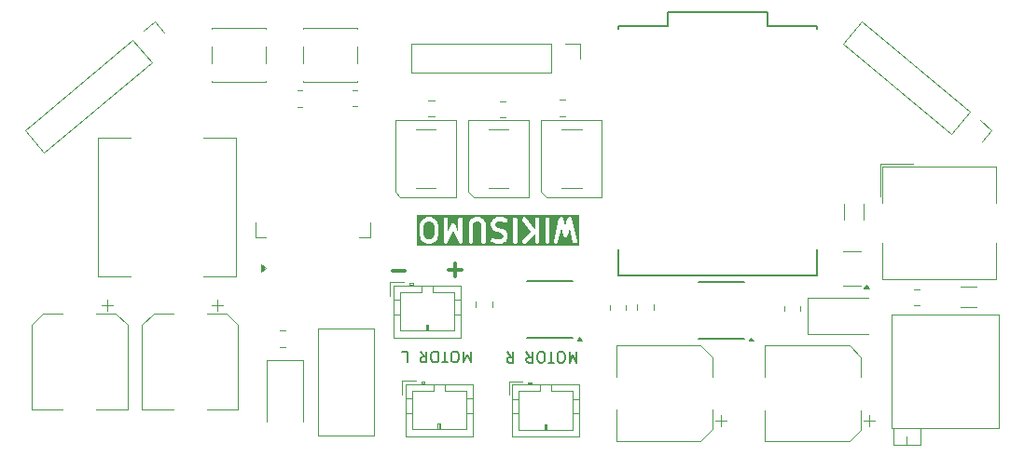
<source format=gbr>
%TF.GenerationSoftware,KiCad,Pcbnew,9.0.1+1*%
%TF.CreationDate,2025-05-17T11:18:49+02:00*%
%TF.ProjectId,WikiSumo_v25,57696b69-5375-46d6-9f5f-7632352e6b69,rev?*%
%TF.SameCoordinates,Original*%
%TF.FileFunction,Legend,Top*%
%TF.FilePolarity,Positive*%
%FSLAX46Y46*%
G04 Gerber Fmt 4.6, Leading zero omitted, Abs format (unit mm)*
G04 Created by KiCad (PCBNEW 9.0.1+1) date 2025-05-17 11:18:49*
%MOMM*%
%LPD*%
G01*
G04 APERTURE LIST*
%ADD10C,0.300000*%
%ADD11C,0.400000*%
%ADD12C,0.200000*%
%ADD13C,0.120000*%
%ADD14C,0.150000*%
%ADD15C,0.127000*%
G04 APERTURE END LIST*
D10*
X144604510Y-93739400D02*
X145747368Y-93739400D01*
X145175939Y-94310828D02*
X145175939Y-93167971D01*
D11*
G36*
X143061705Y-89395171D02*
G01*
X143190058Y-89523525D01*
X143265890Y-89826851D01*
X143265890Y-90444272D01*
X143190058Y-90747597D01*
X143061705Y-90875951D01*
X142942487Y-90935561D01*
X142655960Y-90935561D01*
X142536743Y-90875952D01*
X142408387Y-90747597D01*
X142332557Y-90444272D01*
X142332557Y-89826850D01*
X142408387Y-89523525D01*
X142536744Y-89395169D01*
X142655960Y-89335561D01*
X142942486Y-89335561D01*
X143061705Y-89395171D01*
G37*
G36*
X156459400Y-91557783D02*
G01*
X141710335Y-91557783D01*
X141710335Y-89802228D01*
X141932557Y-89802228D01*
X141932557Y-90468895D01*
X141933227Y-90475703D01*
X141932794Y-90478617D01*
X141934952Y-90493218D01*
X141936400Y-90507913D01*
X141937527Y-90510635D01*
X141938528Y-90517402D01*
X142033766Y-90898354D01*
X142046958Y-90935275D01*
X142055810Y-90947222D01*
X142061501Y-90960961D01*
X142086374Y-90991268D01*
X142276850Y-91181745D01*
X142292187Y-91194332D01*
X142295648Y-91198322D01*
X142301663Y-91202108D01*
X142307157Y-91206617D01*
X142312036Y-91208638D01*
X142328828Y-91219208D01*
X142519305Y-91314447D01*
X142555922Y-91328459D01*
X142563091Y-91328968D01*
X142569729Y-91331718D01*
X142608747Y-91335561D01*
X142989700Y-91335561D01*
X143028718Y-91331718D01*
X143035355Y-91328968D01*
X143042525Y-91328459D01*
X143079143Y-91314446D01*
X143269619Y-91219208D01*
X143286410Y-91208638D01*
X143291290Y-91206617D01*
X143296782Y-91202109D01*
X143302799Y-91198322D01*
X143306261Y-91194330D01*
X143321597Y-91181744D01*
X143512074Y-90991268D01*
X143536946Y-90960961D01*
X143542636Y-90947222D01*
X143551489Y-90935275D01*
X143564681Y-90898354D01*
X143659918Y-90517402D01*
X143660918Y-90510638D01*
X143662047Y-90507913D01*
X143663495Y-90493210D01*
X143665653Y-90478617D01*
X143665219Y-90475703D01*
X143665890Y-90468895D01*
X143665890Y-89802228D01*
X143665219Y-89795419D01*
X143665653Y-89792506D01*
X143663495Y-89777912D01*
X143662047Y-89763210D01*
X143660918Y-89760484D01*
X143659918Y-89753721D01*
X143564681Y-89372769D01*
X143551489Y-89335848D01*
X143542636Y-89323900D01*
X143536946Y-89310162D01*
X143512074Y-89279855D01*
X143367779Y-89135561D01*
X144123033Y-89135561D01*
X144123033Y-91135561D01*
X144125559Y-91161210D01*
X144125352Y-91165927D01*
X144126273Y-91168460D01*
X144126876Y-91174579D01*
X144140160Y-91206649D01*
X144152020Y-91239265D01*
X144155032Y-91242553D01*
X144156739Y-91246675D01*
X144181286Y-91271222D01*
X144204724Y-91296815D01*
X144208764Y-91298700D01*
X144211919Y-91301855D01*
X144243994Y-91315141D01*
X144275439Y-91329815D01*
X144279893Y-91330010D01*
X144284015Y-91331718D01*
X144318730Y-91331718D01*
X144353399Y-91333242D01*
X144357590Y-91331718D01*
X144362051Y-91331718D01*
X144394121Y-91318433D01*
X144426737Y-91306574D01*
X144430025Y-91303561D01*
X144434147Y-91301855D01*
X144458694Y-91277307D01*
X144484287Y-91253870D01*
X144487419Y-91248582D01*
X144489327Y-91246675D01*
X144491134Y-91242310D01*
X144504270Y-91220138D01*
X144989699Y-90179931D01*
X145475130Y-91220138D01*
X145488264Y-91242311D01*
X145490072Y-91246675D01*
X145491979Y-91248582D01*
X145495112Y-91253871D01*
X145520710Y-91277313D01*
X145545252Y-91301855D01*
X145549372Y-91303561D01*
X145552662Y-91306574D01*
X145585286Y-91318437D01*
X145617348Y-91331718D01*
X145621806Y-91331718D01*
X145626000Y-91333243D01*
X145660692Y-91331718D01*
X145695384Y-91331718D01*
X145699502Y-91330011D01*
X145703961Y-91329816D01*
X145735424Y-91315132D01*
X145767480Y-91301855D01*
X145770633Y-91298701D01*
X145774676Y-91296815D01*
X145798123Y-91271211D01*
X145822660Y-91246675D01*
X145824366Y-91242555D01*
X145827379Y-91239266D01*
X145839240Y-91206645D01*
X145852523Y-91174579D01*
X145853125Y-91168460D01*
X145854047Y-91165927D01*
X145853839Y-91161210D01*
X145856366Y-91135561D01*
X145856366Y-89516514D01*
X146408747Y-89516514D01*
X146408747Y-91135561D01*
X146412590Y-91174579D01*
X146442453Y-91246675D01*
X146497633Y-91301855D01*
X146569729Y-91331718D01*
X146647765Y-91331718D01*
X146719861Y-91301855D01*
X146775041Y-91246675D01*
X146804904Y-91174579D01*
X146808747Y-91135561D01*
X146808747Y-89563727D01*
X146868356Y-89444508D01*
X146917694Y-89395170D01*
X147036912Y-89335561D01*
X147323438Y-89335561D01*
X147442657Y-89395171D01*
X147491995Y-89444509D01*
X147551604Y-89563727D01*
X147551604Y-91135561D01*
X147555447Y-91174579D01*
X147585310Y-91246675D01*
X147640490Y-91301855D01*
X147712586Y-91331718D01*
X147790622Y-91331718D01*
X147862718Y-91301855D01*
X147917898Y-91246675D01*
X147947761Y-91174579D01*
X147951604Y-91135561D01*
X147951604Y-89516514D01*
X148408747Y-89516514D01*
X148408747Y-89706990D01*
X148412590Y-89746008D01*
X148415339Y-89752645D01*
X148415849Y-89759815D01*
X148429862Y-89796433D01*
X148525100Y-89986909D01*
X148535669Y-90003700D01*
X148537691Y-90008580D01*
X148542198Y-90014072D01*
X148545986Y-90020089D01*
X148549977Y-90023551D01*
X148562564Y-90038887D01*
X148657802Y-90134125D01*
X148673138Y-90146711D01*
X148676600Y-90150703D01*
X148682616Y-90154490D01*
X148688109Y-90158998D01*
X148692988Y-90161019D01*
X148709780Y-90171589D01*
X148900257Y-90266828D01*
X148903112Y-90267920D01*
X148904271Y-90268779D01*
X148920634Y-90274625D01*
X148936874Y-90280840D01*
X148938312Y-90280942D01*
X148941192Y-90281971D01*
X149300844Y-90371882D01*
X149442657Y-90442790D01*
X149491995Y-90492128D01*
X149551604Y-90611346D01*
X149551604Y-90707396D01*
X149491995Y-90826614D01*
X149442657Y-90875951D01*
X149323439Y-90935561D01*
X148926918Y-90935561D01*
X148671993Y-90850586D01*
X148633762Y-90841894D01*
X148555922Y-90847425D01*
X148486124Y-90882324D01*
X148434995Y-90941277D01*
X148410318Y-91015308D01*
X148415849Y-91093148D01*
X148450748Y-91162946D01*
X148509701Y-91214075D01*
X148545501Y-91230060D01*
X148831215Y-91325298D01*
X148850564Y-91329697D01*
X148855443Y-91331718D01*
X148862517Y-91332414D01*
X148869446Y-91333990D01*
X148874711Y-91333615D01*
X148894461Y-91335561D01*
X149370652Y-91335561D01*
X149409670Y-91331718D01*
X149416307Y-91328968D01*
X149423477Y-91328459D01*
X149460095Y-91314446D01*
X149650571Y-91219208D01*
X149667362Y-91208638D01*
X149672242Y-91206617D01*
X149677734Y-91202109D01*
X149683751Y-91198322D01*
X149687213Y-91194330D01*
X149702549Y-91181744D01*
X149797787Y-91086506D01*
X149810373Y-91071169D01*
X149814365Y-91067708D01*
X149818152Y-91061691D01*
X149822660Y-91056199D01*
X149824681Y-91051319D01*
X149835251Y-91034528D01*
X149930490Y-90844051D01*
X149944502Y-90807434D01*
X149945011Y-90800264D01*
X149947761Y-90793627D01*
X149951604Y-90754609D01*
X149951604Y-90564133D01*
X149947761Y-90525115D01*
X149945011Y-90518477D01*
X149944502Y-90511308D01*
X149930490Y-90474691D01*
X149835251Y-90284214D01*
X149824681Y-90267422D01*
X149822660Y-90262543D01*
X149818152Y-90257050D01*
X149814365Y-90251034D01*
X149810373Y-90247572D01*
X149797787Y-90232236D01*
X149702549Y-90136998D01*
X149687210Y-90124409D01*
X149683751Y-90120421D01*
X149677739Y-90116636D01*
X149672242Y-90112125D01*
X149667360Y-90110102D01*
X149650571Y-90099534D01*
X149460095Y-90004295D01*
X149457240Y-90003202D01*
X149456080Y-90002343D01*
X149439692Y-89996487D01*
X149423478Y-89990283D01*
X149422041Y-89990180D01*
X149419159Y-89989151D01*
X149059501Y-89899236D01*
X148917694Y-89828333D01*
X148868356Y-89778995D01*
X148808747Y-89659776D01*
X148808747Y-89563727D01*
X148868356Y-89444508D01*
X148917694Y-89395170D01*
X149036912Y-89335561D01*
X149433436Y-89335561D01*
X149688358Y-89420536D01*
X149726589Y-89429229D01*
X149804428Y-89423698D01*
X149874226Y-89388799D01*
X149925356Y-89329846D01*
X149950033Y-89255815D01*
X149944502Y-89177975D01*
X149923295Y-89135561D01*
X150408747Y-89135561D01*
X150408747Y-91135561D01*
X150412590Y-91174579D01*
X150442453Y-91246675D01*
X150497633Y-91301855D01*
X150569729Y-91331718D01*
X150647765Y-91331718D01*
X150719861Y-91301855D01*
X150775041Y-91246675D01*
X150804904Y-91174579D01*
X150808747Y-91135561D01*
X150808747Y-89146446D01*
X151266186Y-89146446D01*
X151285554Y-89222041D01*
X151305890Y-89255561D01*
X152058957Y-90259651D01*
X151324469Y-90994140D01*
X151299596Y-91024447D01*
X151269733Y-91096543D01*
X151269733Y-91174579D01*
X151299596Y-91246675D01*
X151354776Y-91301855D01*
X151426872Y-91331718D01*
X151504908Y-91331718D01*
X151577004Y-91301855D01*
X151607311Y-91276982D01*
X152408747Y-90475546D01*
X152408747Y-91135561D01*
X152412590Y-91174579D01*
X152442453Y-91246675D01*
X152497633Y-91301855D01*
X152569729Y-91331718D01*
X152647765Y-91331718D01*
X152719861Y-91301855D01*
X152775041Y-91246675D01*
X152804904Y-91174579D01*
X152808747Y-91135561D01*
X152808747Y-89135561D01*
X153361128Y-89135561D01*
X153361128Y-91135561D01*
X153364971Y-91174579D01*
X153394834Y-91246675D01*
X153450014Y-91301855D01*
X153522110Y-91331718D01*
X153600146Y-91331718D01*
X153672242Y-91301855D01*
X153727422Y-91246675D01*
X153757285Y-91174579D01*
X153761128Y-91135561D01*
X153761128Y-91128084D01*
X154123173Y-91128084D01*
X154135525Y-91205136D01*
X154176424Y-91271597D01*
X154239642Y-91317346D01*
X154315556Y-91335421D01*
X154392608Y-91323069D01*
X154459069Y-91282170D01*
X154504818Y-91218952D01*
X154517594Y-91181885D01*
X154810200Y-89952936D01*
X154986928Y-90615665D01*
X154990355Y-90624804D01*
X154990866Y-90628647D01*
X154993507Y-90633209D01*
X155000695Y-90652376D01*
X155016738Y-90673336D01*
X155029965Y-90696182D01*
X155040252Y-90704055D01*
X155048126Y-90714343D01*
X155070972Y-90727569D01*
X155091932Y-90743613D01*
X155104447Y-90746950D01*
X155115660Y-90753442D01*
X155141829Y-90756918D01*
X155167333Y-90763720D01*
X155180174Y-90762013D01*
X155193017Y-90763720D01*
X155218521Y-90756918D01*
X155244689Y-90753442D01*
X155255900Y-90746950D01*
X155268418Y-90743613D01*
X155289378Y-90727569D01*
X155312224Y-90714343D01*
X155320097Y-90704055D01*
X155330385Y-90696182D01*
X155343611Y-90673336D01*
X155359655Y-90652376D01*
X155366843Y-90633208D01*
X155369484Y-90628647D01*
X155369994Y-90624805D01*
X155373422Y-90615666D01*
X155550150Y-89952935D01*
X155842757Y-91181885D01*
X155855533Y-91218952D01*
X155901282Y-91282171D01*
X155967743Y-91323069D01*
X156044795Y-91335421D01*
X156120709Y-91317347D01*
X156183928Y-91271597D01*
X156224826Y-91205137D01*
X156237178Y-91128084D01*
X156231879Y-91089237D01*
X155755689Y-89089237D01*
X155751075Y-89075852D01*
X155750437Y-89071046D01*
X155747921Y-89066700D01*
X155742913Y-89052170D01*
X155725891Y-89028648D01*
X155711338Y-89003511D01*
X155703182Y-88997268D01*
X155697164Y-88988952D01*
X155672438Y-88973736D01*
X155649371Y-88956080D01*
X155639446Y-88953433D01*
X155630703Y-88948053D01*
X155602037Y-88943457D01*
X155573970Y-88935973D01*
X155563787Y-88937326D01*
X155553651Y-88935701D01*
X155525405Y-88942426D01*
X155496614Y-88946252D01*
X155487726Y-88951397D01*
X155477737Y-88953776D01*
X155454211Y-88970800D01*
X155429079Y-88985351D01*
X155422837Y-88993504D01*
X155414519Y-88999525D01*
X155399298Y-89024257D01*
X155381648Y-89047318D01*
X155376249Y-89061712D01*
X155373620Y-89065986D01*
X155372853Y-89070769D01*
X155367881Y-89084028D01*
X155180175Y-89787923D01*
X154992470Y-89084029D01*
X154987498Y-89070771D01*
X154986731Y-89065985D01*
X154984099Y-89061709D01*
X154978703Y-89047318D01*
X154961056Y-89024263D01*
X154945833Y-88999525D01*
X154937511Y-88993503D01*
X154931272Y-88985351D01*
X154906144Y-88970803D01*
X154882614Y-88953775D01*
X154872623Y-88951396D01*
X154863738Y-88946252D01*
X154834951Y-88942427D01*
X154806700Y-88935701D01*
X154796560Y-88937326D01*
X154786381Y-88935974D01*
X154758322Y-88943456D01*
X154729648Y-88948053D01*
X154720901Y-88953435D01*
X154710980Y-88956081D01*
X154687923Y-88973728D01*
X154663187Y-88988951D01*
X154657165Y-88997271D01*
X154649013Y-89003512D01*
X154634462Y-89028644D01*
X154617438Y-89052170D01*
X154612429Y-89066700D01*
X154609914Y-89071046D01*
X154609275Y-89075851D01*
X154604662Y-89089237D01*
X154128472Y-91089237D01*
X154123173Y-91128084D01*
X153761128Y-91128084D01*
X153761128Y-89135561D01*
X153757285Y-89096543D01*
X153727422Y-89024447D01*
X153672242Y-88969267D01*
X153600146Y-88939404D01*
X153522110Y-88939404D01*
X153450014Y-88969267D01*
X153394834Y-89024447D01*
X153364971Y-89096543D01*
X153361128Y-89135561D01*
X152808747Y-89135561D01*
X152804904Y-89096543D01*
X152775041Y-89024447D01*
X152719861Y-88969267D01*
X152647765Y-88939404D01*
X152569729Y-88939404D01*
X152497633Y-88969267D01*
X152442453Y-89024447D01*
X152412590Y-89096543D01*
X152408747Y-89135561D01*
X152408747Y-89909862D01*
X152344671Y-89973937D01*
X151625890Y-89015561D01*
X151599405Y-88986652D01*
X151532257Y-88946893D01*
X151455005Y-88935857D01*
X151379410Y-88955225D01*
X151316981Y-89002046D01*
X151277222Y-89069194D01*
X151266186Y-89146446D01*
X150808747Y-89146446D01*
X150808747Y-89135561D01*
X150804904Y-89096543D01*
X150775041Y-89024447D01*
X150719861Y-88969267D01*
X150647765Y-88939404D01*
X150569729Y-88939404D01*
X150497633Y-88969267D01*
X150442453Y-89024447D01*
X150412590Y-89096543D01*
X150408747Y-89135561D01*
X149923295Y-89135561D01*
X149909603Y-89108177D01*
X149850650Y-89057048D01*
X149814850Y-89041063D01*
X149529136Y-88945825D01*
X149509789Y-88941425D01*
X149504908Y-88939404D01*
X149497831Y-88938707D01*
X149490905Y-88937132D01*
X149485639Y-88937506D01*
X149465890Y-88935561D01*
X148989699Y-88935561D01*
X148950681Y-88939404D01*
X148944040Y-88942154D01*
X148936873Y-88942664D01*
X148900255Y-88956676D01*
X148709780Y-89051915D01*
X148692989Y-89062484D01*
X148688109Y-89064506D01*
X148682614Y-89069015D01*
X148676599Y-89072802D01*
X148673137Y-89076792D01*
X148657802Y-89089379D01*
X148562564Y-89184617D01*
X148549977Y-89199952D01*
X148545986Y-89203415D01*
X148542198Y-89209431D01*
X148537691Y-89214924D01*
X148535669Y-89219803D01*
X148525100Y-89236595D01*
X148429862Y-89427071D01*
X148415849Y-89463689D01*
X148415339Y-89470858D01*
X148412590Y-89477496D01*
X148408747Y-89516514D01*
X147951604Y-89516514D01*
X147947761Y-89477496D01*
X147945011Y-89470858D01*
X147944502Y-89463689D01*
X147930490Y-89427072D01*
X147835251Y-89236595D01*
X147824681Y-89219803D01*
X147822660Y-89214924D01*
X147818152Y-89209431D01*
X147814365Y-89203415D01*
X147810373Y-89199953D01*
X147797787Y-89184617D01*
X147702549Y-89089379D01*
X147687210Y-89076790D01*
X147683751Y-89072802D01*
X147677739Y-89069017D01*
X147672242Y-89064506D01*
X147667360Y-89062483D01*
X147650571Y-89051915D01*
X147460095Y-88956676D01*
X147423478Y-88942664D01*
X147416310Y-88942154D01*
X147409670Y-88939404D01*
X147370652Y-88935561D01*
X146989699Y-88935561D01*
X146950681Y-88939404D01*
X146944040Y-88942154D01*
X146936873Y-88942664D01*
X146900255Y-88956676D01*
X146709780Y-89051915D01*
X146692989Y-89062484D01*
X146688109Y-89064506D01*
X146682614Y-89069015D01*
X146676599Y-89072802D01*
X146673137Y-89076792D01*
X146657802Y-89089379D01*
X146562564Y-89184617D01*
X146549977Y-89199952D01*
X146545986Y-89203415D01*
X146542198Y-89209431D01*
X146537691Y-89214924D01*
X146535669Y-89219803D01*
X146525100Y-89236595D01*
X146429862Y-89427071D01*
X146415849Y-89463689D01*
X146415339Y-89470858D01*
X146412590Y-89477496D01*
X146408747Y-89516514D01*
X145856366Y-89516514D01*
X145856366Y-89135561D01*
X145852523Y-89096543D01*
X145822660Y-89024447D01*
X145767480Y-88969267D01*
X145695384Y-88939404D01*
X145617348Y-88939404D01*
X145545252Y-88969267D01*
X145490072Y-89024447D01*
X145460209Y-89096543D01*
X145456366Y-89135561D01*
X145456366Y-90234048D01*
X145170936Y-89622413D01*
X145162471Y-89608124D01*
X145160712Y-89603286D01*
X145157577Y-89599863D01*
X145150953Y-89588681D01*
X145128536Y-89568152D01*
X145108008Y-89545736D01*
X145099956Y-89541978D01*
X145093403Y-89535977D01*
X145064834Y-89525588D01*
X145037293Y-89512736D01*
X145028416Y-89512345D01*
X145020065Y-89509309D01*
X144989698Y-89510643D01*
X144959332Y-89509309D01*
X144950980Y-89512345D01*
X144942104Y-89512736D01*
X144914564Y-89525588D01*
X144885994Y-89535977D01*
X144879439Y-89541979D01*
X144871390Y-89545736D01*
X144850863Y-89568150D01*
X144828445Y-89588681D01*
X144821820Y-89599863D01*
X144818686Y-89603286D01*
X144816926Y-89608124D01*
X144808462Y-89622413D01*
X144523033Y-90234046D01*
X144523033Y-89135561D01*
X144519190Y-89096543D01*
X144489327Y-89024447D01*
X144434147Y-88969267D01*
X144362051Y-88939404D01*
X144284015Y-88939404D01*
X144211919Y-88969267D01*
X144156739Y-89024447D01*
X144126876Y-89096543D01*
X144123033Y-89135561D01*
X143367779Y-89135561D01*
X143321597Y-89089379D01*
X143306258Y-89076790D01*
X143302799Y-89072802D01*
X143296787Y-89069017D01*
X143291290Y-89064506D01*
X143286408Y-89062483D01*
X143269619Y-89051915D01*
X143079143Y-88956676D01*
X143042526Y-88942664D01*
X143035358Y-88942154D01*
X143028718Y-88939404D01*
X142989700Y-88935561D01*
X142608747Y-88935561D01*
X142569729Y-88939404D01*
X142563088Y-88942154D01*
X142555921Y-88942664D01*
X142519303Y-88956676D01*
X142328828Y-89051915D01*
X142312037Y-89062484D01*
X142307157Y-89064506D01*
X142301661Y-89069015D01*
X142295647Y-89072802D01*
X142292187Y-89076791D01*
X142276850Y-89089378D01*
X142086374Y-89279855D01*
X142061501Y-89310162D01*
X142055810Y-89323900D01*
X142046958Y-89335848D01*
X142033766Y-89372769D01*
X141938528Y-89753721D01*
X141937527Y-89760487D01*
X141936400Y-89763210D01*
X141934952Y-89777904D01*
X141932794Y-89792506D01*
X141933227Y-89795419D01*
X141932557Y-89802228D01*
X141710335Y-89802228D01*
X141710335Y-88713339D01*
X156459400Y-88713339D01*
X156459400Y-91557783D01*
G37*
D12*
X156212856Y-101182780D02*
X156212856Y-102182780D01*
X156212856Y-102182780D02*
X155879523Y-101468495D01*
X155879523Y-101468495D02*
X155546190Y-102182780D01*
X155546190Y-102182780D02*
X155546190Y-101182780D01*
X154879523Y-102182780D02*
X154689047Y-102182780D01*
X154689047Y-102182780D02*
X154593809Y-102135161D01*
X154593809Y-102135161D02*
X154498571Y-102039923D01*
X154498571Y-102039923D02*
X154450952Y-101849447D01*
X154450952Y-101849447D02*
X154450952Y-101516114D01*
X154450952Y-101516114D02*
X154498571Y-101325638D01*
X154498571Y-101325638D02*
X154593809Y-101230400D01*
X154593809Y-101230400D02*
X154689047Y-101182780D01*
X154689047Y-101182780D02*
X154879523Y-101182780D01*
X154879523Y-101182780D02*
X154974761Y-101230400D01*
X154974761Y-101230400D02*
X155069999Y-101325638D01*
X155069999Y-101325638D02*
X155117618Y-101516114D01*
X155117618Y-101516114D02*
X155117618Y-101849447D01*
X155117618Y-101849447D02*
X155069999Y-102039923D01*
X155069999Y-102039923D02*
X154974761Y-102135161D01*
X154974761Y-102135161D02*
X154879523Y-102182780D01*
X154165237Y-102182780D02*
X153593809Y-102182780D01*
X153879523Y-101182780D02*
X153879523Y-102182780D01*
X153069999Y-102182780D02*
X152879523Y-102182780D01*
X152879523Y-102182780D02*
X152784285Y-102135161D01*
X152784285Y-102135161D02*
X152689047Y-102039923D01*
X152689047Y-102039923D02*
X152641428Y-101849447D01*
X152641428Y-101849447D02*
X152641428Y-101516114D01*
X152641428Y-101516114D02*
X152689047Y-101325638D01*
X152689047Y-101325638D02*
X152784285Y-101230400D01*
X152784285Y-101230400D02*
X152879523Y-101182780D01*
X152879523Y-101182780D02*
X153069999Y-101182780D01*
X153069999Y-101182780D02*
X153165237Y-101230400D01*
X153165237Y-101230400D02*
X153260475Y-101325638D01*
X153260475Y-101325638D02*
X153308094Y-101516114D01*
X153308094Y-101516114D02*
X153308094Y-101849447D01*
X153308094Y-101849447D02*
X153260475Y-102039923D01*
X153260475Y-102039923D02*
X153165237Y-102135161D01*
X153165237Y-102135161D02*
X153069999Y-102182780D01*
X151641428Y-101182780D02*
X151974761Y-101658971D01*
X152212856Y-101182780D02*
X152212856Y-102182780D01*
X152212856Y-102182780D02*
X151831904Y-102182780D01*
X151831904Y-102182780D02*
X151736666Y-102135161D01*
X151736666Y-102135161D02*
X151689047Y-102087542D01*
X151689047Y-102087542D02*
X151641428Y-101992304D01*
X151641428Y-101992304D02*
X151641428Y-101849447D01*
X151641428Y-101849447D02*
X151689047Y-101754209D01*
X151689047Y-101754209D02*
X151736666Y-101706590D01*
X151736666Y-101706590D02*
X151831904Y-101658971D01*
X151831904Y-101658971D02*
X152212856Y-101658971D01*
X149879523Y-101182780D02*
X150212856Y-101658971D01*
X150450951Y-101182780D02*
X150450951Y-102182780D01*
X150450951Y-102182780D02*
X150069999Y-102182780D01*
X150069999Y-102182780D02*
X149974761Y-102135161D01*
X149974761Y-102135161D02*
X149927142Y-102087542D01*
X149927142Y-102087542D02*
X149879523Y-101992304D01*
X149879523Y-101992304D02*
X149879523Y-101849447D01*
X149879523Y-101849447D02*
X149927142Y-101754209D01*
X149927142Y-101754209D02*
X149974761Y-101706590D01*
X149974761Y-101706590D02*
X150069999Y-101658971D01*
X150069999Y-101658971D02*
X150450951Y-101658971D01*
X146577618Y-101152780D02*
X146577618Y-102152780D01*
X146577618Y-102152780D02*
X146244285Y-101438495D01*
X146244285Y-101438495D02*
X145910952Y-102152780D01*
X145910952Y-102152780D02*
X145910952Y-101152780D01*
X145244285Y-102152780D02*
X145053809Y-102152780D01*
X145053809Y-102152780D02*
X144958571Y-102105161D01*
X144958571Y-102105161D02*
X144863333Y-102009923D01*
X144863333Y-102009923D02*
X144815714Y-101819447D01*
X144815714Y-101819447D02*
X144815714Y-101486114D01*
X144815714Y-101486114D02*
X144863333Y-101295638D01*
X144863333Y-101295638D02*
X144958571Y-101200400D01*
X144958571Y-101200400D02*
X145053809Y-101152780D01*
X145053809Y-101152780D02*
X145244285Y-101152780D01*
X145244285Y-101152780D02*
X145339523Y-101200400D01*
X145339523Y-101200400D02*
X145434761Y-101295638D01*
X145434761Y-101295638D02*
X145482380Y-101486114D01*
X145482380Y-101486114D02*
X145482380Y-101819447D01*
X145482380Y-101819447D02*
X145434761Y-102009923D01*
X145434761Y-102009923D02*
X145339523Y-102105161D01*
X145339523Y-102105161D02*
X145244285Y-102152780D01*
X144529999Y-102152780D02*
X143958571Y-102152780D01*
X144244285Y-101152780D02*
X144244285Y-102152780D01*
X143434761Y-102152780D02*
X143244285Y-102152780D01*
X143244285Y-102152780D02*
X143149047Y-102105161D01*
X143149047Y-102105161D02*
X143053809Y-102009923D01*
X143053809Y-102009923D02*
X143006190Y-101819447D01*
X143006190Y-101819447D02*
X143006190Y-101486114D01*
X143006190Y-101486114D02*
X143053809Y-101295638D01*
X143053809Y-101295638D02*
X143149047Y-101200400D01*
X143149047Y-101200400D02*
X143244285Y-101152780D01*
X143244285Y-101152780D02*
X143434761Y-101152780D01*
X143434761Y-101152780D02*
X143529999Y-101200400D01*
X143529999Y-101200400D02*
X143625237Y-101295638D01*
X143625237Y-101295638D02*
X143672856Y-101486114D01*
X143672856Y-101486114D02*
X143672856Y-101819447D01*
X143672856Y-101819447D02*
X143625237Y-102009923D01*
X143625237Y-102009923D02*
X143529999Y-102105161D01*
X143529999Y-102105161D02*
X143434761Y-102152780D01*
X142006190Y-101152780D02*
X142339523Y-101628971D01*
X142577618Y-101152780D02*
X142577618Y-102152780D01*
X142577618Y-102152780D02*
X142196666Y-102152780D01*
X142196666Y-102152780D02*
X142101428Y-102105161D01*
X142101428Y-102105161D02*
X142053809Y-102057542D01*
X142053809Y-102057542D02*
X142006190Y-101962304D01*
X142006190Y-101962304D02*
X142006190Y-101819447D01*
X142006190Y-101819447D02*
X142053809Y-101724209D01*
X142053809Y-101724209D02*
X142101428Y-101676590D01*
X142101428Y-101676590D02*
X142196666Y-101628971D01*
X142196666Y-101628971D02*
X142577618Y-101628971D01*
X140339523Y-101152780D02*
X140815713Y-101152780D01*
X140815713Y-101152780D02*
X140815713Y-102152780D01*
D10*
X139454510Y-93859400D02*
X140597368Y-93859400D01*
D13*
%TO.C,J4*%
X139260000Y-94860000D02*
X139260000Y-96110000D01*
X139560000Y-95160000D02*
X139560000Y-99880000D01*
X139560000Y-96470000D02*
X140170000Y-96470000D01*
X139560000Y-97770000D02*
X140170000Y-97770000D01*
X139560000Y-99880000D02*
X145680000Y-99880000D01*
X140170000Y-95770000D02*
X140170000Y-99270000D01*
X140170000Y-99270000D02*
X145070000Y-99270000D01*
X140510000Y-94860000D02*
X139260000Y-94860000D01*
X141020000Y-94960000D02*
X141020000Y-95160000D01*
X141320000Y-94960000D02*
X141020000Y-94960000D01*
X141320000Y-95060000D02*
X141020000Y-95060000D01*
X141320000Y-95160000D02*
X141320000Y-94960000D01*
X142120000Y-95160000D02*
X142120000Y-95770000D01*
X142120000Y-95770000D02*
X140170000Y-95770000D01*
X142520000Y-98770000D02*
X142720000Y-98770000D01*
X142520000Y-99270000D02*
X142520000Y-98770000D01*
X142620000Y-99270000D02*
X142620000Y-98770000D01*
X142720000Y-98770000D02*
X142720000Y-99270000D01*
X143120000Y-95770000D02*
X143120000Y-95160000D01*
X145070000Y-95770000D02*
X143120000Y-95770000D01*
X145070000Y-99270000D02*
X145070000Y-95770000D01*
X145680000Y-95160000D02*
X139560000Y-95160000D01*
X145680000Y-96470000D02*
X145070000Y-96470000D01*
X145680000Y-97770000D02*
X145070000Y-97770000D01*
X145680000Y-99880000D02*
X145680000Y-95160000D01*
%TO.C,C13*%
X161695000Y-96868748D02*
X161695000Y-97391252D01*
X163165000Y-96868748D02*
X163165000Y-97391252D01*
%TO.C,C11*%
X147055000Y-96631248D02*
X147055000Y-97153752D01*
X148525000Y-96631248D02*
X148525000Y-97153752D01*
%TO.C,J3*%
X182107304Y-71126254D02*
X180397489Y-73163932D01*
X190172216Y-81365902D02*
X180397489Y-73163932D01*
X191882031Y-79328224D02*
X182107304Y-71126254D01*
X191882031Y-79328224D02*
X190172216Y-81365902D01*
X192854908Y-80144564D02*
X193873747Y-80999471D01*
X193873747Y-80999471D02*
X193018839Y-82018311D01*
%TO.C,SW2*%
X131375000Y-71730000D02*
X131375000Y-71780000D01*
X131375000Y-74930000D02*
X131375000Y-73430000D01*
X131375000Y-76630000D02*
X131375000Y-76580000D01*
X136275000Y-71730000D02*
X131375000Y-71730000D01*
X136275000Y-71730000D02*
X136275000Y-71780000D01*
X136275000Y-74930000D02*
X136275000Y-73430000D01*
X136275000Y-76630000D02*
X131375000Y-76630000D01*
X136275000Y-76630000D02*
X136275000Y-76580000D01*
%TO.C,RV2*%
X132720000Y-99075000D02*
X137790000Y-99075000D01*
X132720000Y-108845000D02*
X132720000Y-99075000D01*
X132720000Y-108845000D02*
X137790000Y-108845000D01*
X137790000Y-108845000D02*
X137790000Y-99075000D01*
%TO.C,SW1*%
X123075000Y-71740000D02*
X123075000Y-71790000D01*
X123075000Y-74940000D02*
X123075000Y-73440000D01*
X123075000Y-76640000D02*
X123075000Y-76590000D01*
X127975000Y-71740000D02*
X123075000Y-71740000D01*
X127975000Y-71740000D02*
X127975000Y-71790000D01*
X127975000Y-74940000D02*
X127975000Y-73440000D01*
X127975000Y-76640000D02*
X123075000Y-76640000D01*
X127975000Y-76640000D02*
X127975000Y-76590000D01*
%TO.C,R8*%
X135822936Y-77405000D02*
X136277064Y-77405000D01*
X135822936Y-78875000D02*
X136277064Y-78875000D01*
%TO.C,C14*%
X159820000Y-100600000D02*
X159820000Y-103450000D01*
X159820000Y-109320000D02*
X159820000Y-106470000D01*
X167475563Y-100600000D02*
X159820000Y-100600000D01*
X167475563Y-109320000D02*
X159820000Y-109320000D01*
X168540000Y-101664437D02*
X167475563Y-100600000D01*
X168540000Y-101664437D02*
X168540000Y-103450000D01*
X168540000Y-108255563D02*
X167475563Y-109320000D01*
X168540000Y-108255563D02*
X168540000Y-106470000D01*
X169280000Y-107970000D02*
X169280000Y-106970000D01*
X169780000Y-107470000D02*
X168780000Y-107470000D01*
%TO.C,C4*%
X106690000Y-98764437D02*
X106690000Y-106420000D01*
X106690000Y-106420000D02*
X109540000Y-106420000D01*
X107754437Y-97700000D02*
X106690000Y-98764437D01*
X107754437Y-97700000D02*
X109540000Y-97700000D01*
X113560000Y-96460000D02*
X113560000Y-97460000D01*
X114060000Y-96960000D02*
X113060000Y-96960000D01*
X114345563Y-97700000D02*
X112560000Y-97700000D01*
X114345563Y-97700000D02*
X115410000Y-98764437D01*
X115410000Y-98764437D02*
X115410000Y-106420000D01*
X115410000Y-106420000D02*
X112560000Y-106420000D01*
%TO.C,C9*%
X149761252Y-78375000D02*
X149238748Y-78375000D01*
X149761252Y-79845000D02*
X149238748Y-79845000D01*
%TO.C,U6*%
X181227500Y-92030000D02*
X180427500Y-92030000D01*
X181227500Y-92030000D02*
X182027500Y-92030000D01*
X181227500Y-95150000D02*
X180427500Y-95150000D01*
X181227500Y-95150000D02*
X182027500Y-95150000D01*
X182767500Y-95430000D02*
X182287500Y-95430000D01*
X182527500Y-95100000D01*
X182767500Y-95430000D01*
G36*
X182767500Y-95430000D02*
G01*
X182287500Y-95430000D01*
X182527500Y-95100000D01*
X182767500Y-95430000D01*
G37*
%TO.C,J6*%
X150040000Y-103860000D02*
X150040000Y-105110000D01*
X150340000Y-104160000D02*
X150340000Y-108880000D01*
X150340000Y-105470000D02*
X150950000Y-105470000D01*
X150340000Y-106770000D02*
X150950000Y-106770000D01*
X150340000Y-108880000D02*
X156460000Y-108880000D01*
X150950000Y-104770000D02*
X150950000Y-108270000D01*
X150950000Y-108270000D02*
X155850000Y-108270000D01*
X151290000Y-103860000D02*
X150040000Y-103860000D01*
X151800000Y-103960000D02*
X151800000Y-104160000D01*
X152100000Y-103960000D02*
X151800000Y-103960000D01*
X152100000Y-104060000D02*
X151800000Y-104060000D01*
X152100000Y-104160000D02*
X152100000Y-103960000D01*
X152900000Y-104160000D02*
X152900000Y-104770000D01*
X152900000Y-104770000D02*
X150950000Y-104770000D01*
X153300000Y-107770000D02*
X153500000Y-107770000D01*
X153300000Y-108270000D02*
X153300000Y-107770000D01*
X153400000Y-108270000D02*
X153400000Y-107770000D01*
X153500000Y-107770000D02*
X153500000Y-108270000D01*
X153900000Y-104770000D02*
X153900000Y-104160000D01*
X155850000Y-104770000D02*
X153900000Y-104770000D01*
X155850000Y-108270000D02*
X155850000Y-104770000D01*
X156460000Y-104160000D02*
X150340000Y-104160000D01*
X156460000Y-105470000D02*
X155850000Y-105470000D01*
X156460000Y-106770000D02*
X155850000Y-106770000D01*
X156460000Y-108880000D02*
X156460000Y-104160000D01*
%TO.C,R6*%
X129727064Y-99265000D02*
X129272936Y-99265000D01*
X129727064Y-100735000D02*
X129272936Y-100735000D01*
%TO.C,J1*%
X106126253Y-80999471D02*
X107836068Y-83037149D01*
X115900980Y-72797501D02*
X106126253Y-80999471D01*
X115900980Y-72797501D02*
X117610795Y-74835179D01*
X116873856Y-71981161D02*
X117892696Y-71126253D01*
X117610795Y-74835179D02*
X107836068Y-83037149D01*
X117892696Y-71126253D02*
X118747603Y-72145092D01*
%TO.C,R9*%
X159215000Y-96922936D02*
X159215000Y-97377064D01*
X160685000Y-96922936D02*
X160685000Y-97377064D01*
%TO.C,D2*%
X128100000Y-101990000D02*
X128100000Y-107500000D01*
X131400000Y-101990000D02*
X128100000Y-101990000D01*
X131400000Y-101990000D02*
X131400000Y-107500000D01*
%TO.C,D6*%
X139760000Y-80120000D02*
X139760000Y-86670000D01*
X139760000Y-86670000D02*
X140210000Y-87120000D01*
X140210000Y-87120000D02*
X145260000Y-87120000D01*
X141610000Y-80920000D02*
X143410000Y-80920000D01*
X141610000Y-86320000D02*
X143410000Y-86320000D01*
X145260000Y-80120000D02*
X139760000Y-80120000D01*
X145260000Y-80120000D02*
X145260000Y-87120000D01*
%TO.C,D4*%
X153000000Y-80120000D02*
X153000000Y-86670000D01*
X153000000Y-86670000D02*
X153450000Y-87120000D01*
X153450000Y-87120000D02*
X158500000Y-87120000D01*
X154850000Y-80920000D02*
X156650000Y-80920000D01*
X154850000Y-86320000D02*
X156650000Y-86320000D01*
X158500000Y-80120000D02*
X153000000Y-80120000D01*
X158500000Y-80120000D02*
X158500000Y-87120000D01*
%TO.C,C10*%
X143268752Y-78325000D02*
X142746248Y-78325000D01*
X143268752Y-79795000D02*
X142746248Y-79795000D01*
%TO.C,C8*%
X155181252Y-78285000D02*
X154658748Y-78285000D01*
X155181252Y-79755000D02*
X154658748Y-79755000D01*
%TO.C,RV1*%
X184785000Y-97835000D02*
X194555000Y-97835000D01*
X184785000Y-108105000D02*
X184785000Y-97835000D01*
X184785000Y-108105000D02*
X194555000Y-108105000D01*
X184961000Y-108106000D02*
X187390000Y-108106000D01*
X184961000Y-109625000D02*
X184961000Y-108106000D01*
X184961000Y-109625000D02*
X187390000Y-109625000D01*
X186175000Y-109625000D02*
X186175000Y-108866000D01*
X187390000Y-109625000D02*
X187390000Y-108106000D01*
X194555000Y-108105000D02*
X194555000Y-97835000D01*
%TO.C,L2*%
X112700000Y-81700000D02*
X115700000Y-81700000D01*
X112700000Y-94300000D02*
X112700000Y-81700000D01*
X115700000Y-94300000D02*
X112700000Y-94300000D01*
X122300000Y-81700000D02*
X125300000Y-81700000D01*
X125300000Y-81700000D02*
X125300000Y-94300000D01*
X125300000Y-94300000D02*
X122300000Y-94300000D01*
%TO.C,R10*%
X175065000Y-97002936D02*
X175065000Y-97457064D01*
X176535000Y-97002936D02*
X176535000Y-97457064D01*
%TO.C,R5*%
X186852936Y-95515000D02*
X187307064Y-95515000D01*
X186852936Y-96985000D02*
X187307064Y-96985000D01*
%TO.C,D5*%
X146380000Y-80120000D02*
X146380000Y-86670000D01*
X146380000Y-86670000D02*
X146830000Y-87120000D01*
X146830000Y-87120000D02*
X151880000Y-87120000D01*
X148230000Y-80920000D02*
X150030000Y-80920000D01*
X148230000Y-86320000D02*
X150030000Y-86320000D01*
X151880000Y-80120000D02*
X146380000Y-80120000D01*
X151880000Y-80120000D02*
X151880000Y-87120000D01*
%TO.C,C12*%
X173310000Y-100620000D02*
X173310000Y-103470000D01*
X173310000Y-109340000D02*
X173310000Y-106490000D01*
X180965563Y-100620000D02*
X173310000Y-100620000D01*
X180965563Y-109340000D02*
X173310000Y-109340000D01*
X182030000Y-101684437D02*
X180965563Y-100620000D01*
X182030000Y-101684437D02*
X182030000Y-103470000D01*
X182030000Y-108275563D02*
X180965563Y-109340000D01*
X182030000Y-108275563D02*
X182030000Y-106490000D01*
X182770000Y-107990000D02*
X182770000Y-106990000D01*
X183270000Y-107490000D02*
X182270000Y-107490000D01*
%TO.C,C2*%
X192508752Y-95290000D02*
X191086248Y-95290000D01*
X192508752Y-97110000D02*
X191086248Y-97110000D01*
%TO.C,C1*%
X180470000Y-89161252D02*
X180470000Y-87738748D01*
X182290000Y-89161252D02*
X182290000Y-87738748D01*
%TO.C,U7*%
X127025000Y-89385000D02*
X127025000Y-90750000D01*
X127025000Y-90750000D02*
X127975000Y-90750000D01*
X137425000Y-89385000D02*
X137425000Y-90750000D01*
X137425000Y-90750000D02*
X136475000Y-90750000D01*
X128015000Y-93575000D02*
X127545000Y-93915000D01*
X127545000Y-93235000D01*
X128015000Y-93575000D01*
G36*
X128015000Y-93575000D02*
G01*
X127545000Y-93915000D01*
X127545000Y-93235000D01*
X128015000Y-93575000D01*
G37*
%TO.C,D1*%
X177150000Y-96270000D02*
X177150000Y-99570000D01*
X177150000Y-96270000D02*
X182660000Y-96270000D01*
X177150000Y-99570000D02*
X182660000Y-99570000D01*
%TO.C,L1*%
X183740000Y-84062500D02*
X186740000Y-84062500D01*
X183740000Y-87062500D02*
X183740000Y-84062500D01*
X183980000Y-84302500D02*
X183980000Y-87612500D01*
X183980000Y-84302500D02*
X194300000Y-84302500D01*
X183980000Y-91312500D02*
X183980000Y-94622500D01*
X183980000Y-94622500D02*
X194300000Y-94622500D01*
X194300000Y-84302500D02*
X194300000Y-87612500D01*
X194300000Y-91312500D02*
X194300000Y-94622500D01*
D14*
%TO.C,U2*%
X155870000Y-94770000D02*
X151720000Y-94770000D01*
X155870000Y-99920000D02*
X151720000Y-99920000D01*
D13*
X156710000Y-100150000D02*
X156230000Y-100150000D01*
X156470000Y-99820000D01*
X156710000Y-100150000D01*
G36*
X156710000Y-100150000D02*
G01*
X156230000Y-100150000D01*
X156470000Y-99820000D01*
X156710000Y-100150000D01*
G37*
%TO.C,J5*%
X140340000Y-103840000D02*
X140340000Y-105090000D01*
X140640000Y-104140000D02*
X140640000Y-108860000D01*
X140640000Y-105450000D02*
X141250000Y-105450000D01*
X140640000Y-106750000D02*
X141250000Y-106750000D01*
X140640000Y-108860000D02*
X146760000Y-108860000D01*
X141250000Y-104750000D02*
X141250000Y-108250000D01*
X141250000Y-108250000D02*
X146150000Y-108250000D01*
X141590000Y-103840000D02*
X140340000Y-103840000D01*
X142100000Y-103940000D02*
X142100000Y-104140000D01*
X142400000Y-103940000D02*
X142100000Y-103940000D01*
X142400000Y-104040000D02*
X142100000Y-104040000D01*
X142400000Y-104140000D02*
X142400000Y-103940000D01*
X143200000Y-104140000D02*
X143200000Y-104750000D01*
X143200000Y-104750000D02*
X141250000Y-104750000D01*
X143600000Y-107750000D02*
X143800000Y-107750000D01*
X143600000Y-108250000D02*
X143600000Y-107750000D01*
X143700000Y-108250000D02*
X143700000Y-107750000D01*
X143800000Y-107750000D02*
X143800000Y-108250000D01*
X144200000Y-104750000D02*
X144200000Y-104140000D01*
X146150000Y-104750000D02*
X144200000Y-104750000D01*
X146150000Y-108250000D02*
X146150000Y-104750000D01*
X146760000Y-104140000D02*
X140640000Y-104140000D01*
X146760000Y-105450000D02*
X146150000Y-105450000D01*
X146760000Y-106750000D02*
X146150000Y-106750000D01*
X146760000Y-108860000D02*
X146760000Y-104140000D01*
D14*
%TO.C,U5*%
X171450000Y-94830000D02*
X167300000Y-94830000D01*
X171450000Y-99980000D02*
X167300000Y-99980000D01*
D13*
X172290000Y-100210000D02*
X171810000Y-100210000D01*
X172050000Y-99880000D01*
X172290000Y-100210000D01*
G36*
X172290000Y-100210000D02*
G01*
X171810000Y-100210000D01*
X172050000Y-99880000D01*
X172290000Y-100210000D01*
G37*
%TO.C,C3*%
X116740000Y-98764437D02*
X116740000Y-106420000D01*
X116740000Y-106420000D02*
X119590000Y-106420000D01*
X117804437Y-97700000D02*
X116740000Y-98764437D01*
X117804437Y-97700000D02*
X119590000Y-97700000D01*
X123610000Y-96460000D02*
X123610000Y-97460000D01*
X124110000Y-96960000D02*
X123110000Y-96960000D01*
X124395563Y-97700000D02*
X122610000Y-97700000D01*
X124395563Y-97700000D02*
X125460000Y-98764437D01*
X125460000Y-98764437D02*
X125460000Y-106420000D01*
X125460000Y-106420000D02*
X122610000Y-106420000D01*
%TO.C,J2*%
X141170000Y-73170000D02*
X141170000Y-75830000D01*
X153930000Y-73170000D02*
X141170000Y-73170000D01*
X153930000Y-73170000D02*
X153930000Y-75830000D01*
X153930000Y-75830000D02*
X141170000Y-75830000D01*
X155200000Y-73170000D02*
X156530000Y-73170000D01*
X156530000Y-73170000D02*
X156530000Y-74500000D01*
D15*
%TO.C,U1*%
X160015000Y-71850000D02*
X160015000Y-71550000D01*
X160015000Y-94250000D02*
X160015000Y-91900000D01*
X164515000Y-70250000D02*
X164515000Y-71550000D01*
X164515000Y-71550000D02*
X160015000Y-71550000D01*
X173515000Y-70250000D02*
X164515000Y-70250000D01*
X173515000Y-70250000D02*
X173515000Y-71550000D01*
X178015000Y-71550000D02*
X173515000Y-71550000D01*
X178015000Y-71850000D02*
X178015000Y-71550000D01*
X178015000Y-94250000D02*
X160015000Y-94250000D01*
X178015000Y-94250000D02*
X178015000Y-91900000D01*
D13*
%TO.C,R7*%
X130867936Y-77415000D02*
X131322064Y-77415000D01*
X130867936Y-78885000D02*
X131322064Y-78885000D01*
%TD*%
M02*

</source>
